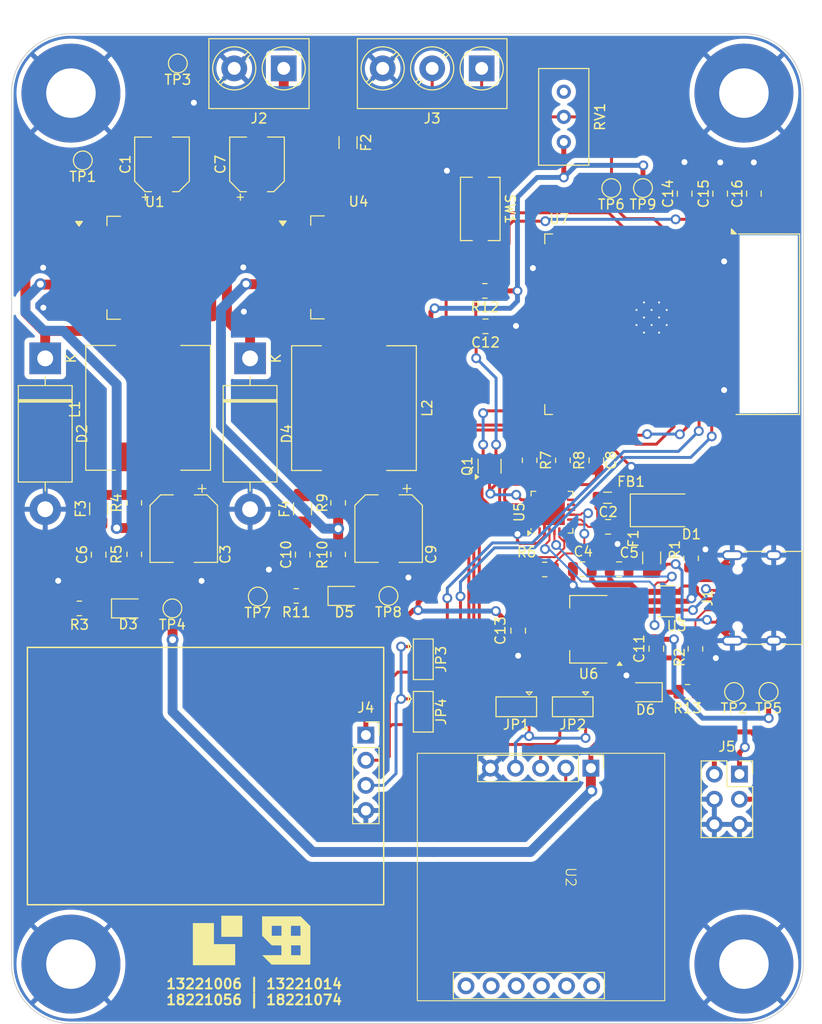
<source format=kicad_pcb>
(kicad_pcb (version 20240108) (generator "pcbnew") (generator_version "8.0")
  (layers (0 "F.Cu" signal) (31 "B.Cu" power) (34 "B.Paste" user) (35 "F.Paste" user) (36 "B.SilkS" user "B.Silkscreen") (37 "F.SilkS" user "F.Silkscreen") (38 "B.Mask" user) (39 "F.Mask" user) (44 "Edge.Cuts" user))
  (net 0 "")
  (net 1 "+3.3V")
  (net 2 "GND")
  (net 3 "/Vin")
  (net 4 "+4V")
  (net 5 "Net-(U1-FB)")
  (net 6 "Net-(U5-VPP)")
  (net 7 "+5V")
  (net 8 "/EN")
  (net 9 "Net-(U4-FB)")
  (net 10 "Net-(D1-A)")
  (net 11 "Net-(D2-K)")
  (net 12 "Net-(D3-K)")
  (net 13 "Net-(D4-K)")
  (net 14 "/VUSB")
  (net 15 "Net-(F1-Pad1)")
  (net 16 "Net-(D5-K)")
  (net 17 "/TX_SIM")
  (net 18 "/RX_SIM")
  (net 19 "Net-(D6-K)")
  (net 21 "Net-(J1-CC1)")
  (net 22 "Net-(J1-D--PadA7)")
  (net 23 "Net-(J1-D+-PadA6)")
  (net 24 "Net-(J1-CC2)")
  (net 26 "Net-(J2-Pin_1)")
  (net 27 "/RST")
  (net 28 "/RX2")
  (net 29 "/TX2")
  (net 30 "/RX1")
  (net 31 "/TX_GPS")
  (net 32 "/RX_GPS")
  (net 33 "/ADC_IN")
  (net 34 "Net-(Q1A-E1)")
  (net 35 "/IO0")
  (net 36 "Net-(Q1A-B1)")
  (net 37 "/TX1")
  (net 38 "Net-(U5-~{RST})")
  (net 39 "/RX0")
  (net 40 "Net-(U5-TXD)")
  (net 41 "Net-(U5-RXD)")
  (net 42 "/USB_D-")
  (net 43 "/USB_D+")
  (net 44 "/TX0")
  (net 65 "Net-(C3-Pad1)")
  (net 66 "Net-(C9-Pad1)")
  (footprint "Capacitor_SMD:C_0805_2012Metric" (layer "F.Cu") (at 121.68 95.93 90)
    (property "Reference" "C6")
    (property "Value" "15n")
  )
  (footprint "LED_SMD:LED_0805_2012Metric" (layer "F.Cu") (at 176.94 109.83 180)
    (property "Reference" "D6")
    (property "Value" "LED")
  )
  (footprint "Connector_PinSocket_2.54mm:PinSocket_2x03_P2.54mm_Vertical" (layer "F.Cu") (at 186.43 118.1)
    (property "Reference" "J5")
    (property "Value" "Conn_02x03")
  )
  (footprint "TestPoint:TestPoint_Pad_D1.5mm" (layer "F.Cu") (at 129.13 101.36 180)
    (property "Reference" "TP4")
    (property "Value" "4V BUCK")
  )
  (footprint "Capacitor_SMD:CP_Elec_6.3x7.7" (layer "F.Cu") (at 130.28 93.3 -90)
    (property "Reference" "C3")
    (property "Value" "470u")
  )
  (footprint "Resistor_SMD:R_0805_2012Metric" (layer "F.Cu") (at 141.65125 100.1 180)
    (property "Reference" "R11")
    (property "Value" "1k2")
  )
  (footprint "Capacitor_SMD:C_0805_2012Metric" (layer "F.Cu") (at 174.27 97.4)
    (property "Reference" "C5")
    (property "Value" "100n")
  )
  (footprint "LOGO" (layer "F.Cu") (at 133.7 134.910556 90)
    (property "Reference" "G***" (hide yes))
    (property "Value" "LOGO" (hide yes))
  )
  (footprint "Package_DFN_QFN:QFN-24-1EP_4x4mm_P0.5mm_EP2.6x2.6mm" (layer "F.Cu") (at 167.4825 91.64 90)
    (property "Reference" "U5")
    (property "Value" "CP2104")
  )
  (footprint "TestPoint:TestPoint_Pad_D1.5mm" (layer "F.Cu") (at 129.68 46.3 180)
    (property "Reference" "TP3")
    (property "Value" "GND2")
  )
  (footprint "MountingHole:MountingHole_5mm_Pad" (layer "F.Cu") (at 118.88 137.3 180)
    (property "Reference" "H2" (hide yes))
    (property "Value" "MountingHole_Pad")
  )
  (footprint "Resistor_SMD:R_0805_2012Metric" (layer "F.Cu") (at 125.28 95.9 -90)
    (property "Reference" "R5")
    (property "Value" "1k2")
  )
  (footprint "Capacitor_SMD:C_0805_2012Metric" (layer "F.Cu") (at 173.16 93.12 180)
    (property "Reference" "C2")
    (property "Value" "4u7")
  )
  (footprint "Resistor_SMD:R_0805_2012Metric" (layer "F.Cu") (at 119.73 101.36 180)
    (property "Reference" "R3")
    (property "Value" "1k2")
  )
  (footprint "Resistor_SMD:R_0805_2012Metric" (layer "F.Cu") (at 181.54 96.3 90)
    (property "Reference" "R1")
    (property "Value" "5K1")
  )
  (footprint "MountingHole:MountingHole_5mm_Pad" (layer "F.Cu") (at 186.88 137.3 180)
    (property "Reference" "H1" (hide yes))
    (property "Value" "MountingHole_Pad")
  )
  (footprint "Package_TO_SOT_SMD:SOT-363_SC-70-6" (layer "F.Cu") (at 161.1775 86.99 90)
    (property "Reference" "Q1")
    (property "Value" "UMH3N")
  )
  (footprint "Button_Switch_SMD:SW_Tactile_SPST_NO_Straight_CK_PTS636Sx25SMTRLFS" (layer "F.Cu") (at 160.24 61 -90)
    (property "Reference" "SW1")
    (property "Value" "SW_Push")
  )
  (footprint "Capacitor_SMD:C_0805_2012Metric" (layer "F.Cu") (at 164.07 103.61 -90)
    (property "Reference" "C13")
    (property "Value" "22u")
  )
  (footprint "LED_SMD:LED_0805_2012Metric" (layer "F.Cu") (at 124.665 101.36)
    (property "Reference" "D3")
    (property "Value" "LED")
  )
  (footprint "Diode_THT:D_DO-201AD_P15.24mm_Horizontal" (layer "F.Cu") (at 116.28 76.1 -90)
    (property "Reference" "D2")
    (property "Value" "1N5822")
  )
  (footprint "Capacitor_SMD:C_0805_2012Metric" (layer "F.Cu") (at 160.77 72.86)
    (property "Reference" "C12")
    (property "Value" "100n")
  )
  (footprint "TestPoint:TestPoint_Pad_D1.5mm" (layer "F.Cu") (at 150.96375 100.1 180)
    (property "Reference" "TP8")
    (property "Value" "3.3V BUCK")
  )
  (footprint "Resistor_SMD:R_0805_2012Metric" (layer "F.Cu") (at 181.98 105.45 -90)
    (property "Reference" "R2")
    (property "Value" "5K1")
  )
  (footprint "Package_TO_SOT_SMD:SOT-223-3_TabPin2" (layer "F.Cu") (at 171.19 103.47 180)
    (property "Reference" "U6")
    (property "Value" "AMS1117-3.3")
  )
  (footprint "SIM800L_3D Model:SIM800L" (layer "F.Cu") (at 168.88 128.5 -90)
    (property "Reference" "U2")
    (property "Value" "SIM800L")
  )
  (footprint "Diode_THT:D_DO-201AD_P15.24mm_Horizontal" (layer "F.Cu") (at 136.98 76.1 -90)
    (property "Reference" "D4")
    (property "Value" "1N5822")
  )
  (footprint "Connector_USB:USB_C_Receptacle_HRO_TYPE-C-31-M-12" (layer "F.Cu") (at 188.84 100.3 90)
    (property "Reference" "J1")
    (property "Value" "USB_C_Receptacle_USB2.0_16P")
  )
  (footprint "Diode_SMD:D_SMA" (layer "F.Cu") (at 178.91 91.45)
    (property "Reference" "D1")
    (property "Value" "D_Schottky")
  )
  (footprint "TestPoint:TestPoint_Pad_D1.5mm" (layer "F.Cu") (at 176.68 58.9 180)
    (property "Reference" "TP9")
    (property "Value" "3.3V LDO")
  )
  (footprint "Fuse:Fuse_1206_3216Metric" (layer "F.Cu") (at 142.28 91.3 90)
    (property "Reference" "F4")
    (property "Value" "Fuse")
  )
  (footprint "Jumper:SolderJumper-3_P1.3mm_Open_Pad1.0x1.5mm" (layer "F.Cu") (at 163.88 111.3 180)
    (property "Reference" "JP1")
    (property "Value" "SJ_3")
  )
  (footprint "RF_Module:ESP32-WROOM-32" (layer "F.Cu") (at 176.64 72.65 -90)
    (property "Reference" "U7")
    (property "Value" "ESP32-WROOM-32")
  )
  (footprint "LOGO" (layer "F.Cu") (at 140.6 134.9)
    (property "Reference" "G***" (hide yes))
    (property "Value" "LOGO" (hide yes))
  )
  (footprint "Resistor_SMD:R_0805_2012Metric" (layer "F.Cu") (at 125.28 90.7 -90)
    (property "Reference" "R4")
    (property "Value" "2k7")
  )
  (footprint "MountingHole:MountingHole_5mm_Pad" (layer "F.Cu") (at 118.88 49.3 180)
    (property "Reference" "H3" (hide yes))
    (property "Value" "MountingHole_Pad")
  )
  (footprint "Capacitor_SMD:C_0805_2012Metric" (layer "F.Cu") (at 171.97 86.4 90)
    (property "Reference" "C8")
    (property "Value" "4u7")
  )
  (footprint "Capacitor_SMD:C_0805_2012Metric" (layer "F.Cu") (at 187.89 59.46 90)
    (property "Reference" "C16")
    (property "Value" "22u")
  )
  (footprint "Capacitor_SMD:C_0805_2012Metric" (layer "F.Cu") (at 170.55 97.4 180)
    (property "Reference" "C4")
    (property "Value" "22u")
  )
  (footprint "Jumper:SolderJumper-3_P1.3mm_Open_Pad1.0x1.5mm" (layer "F.Cu") (at 169.58 111.3 180)
    (property "Reference" "JP2")
    (property "Value" "SJ_3")
  )
  (footprint "Resistor_SMD:R_0805_2012Metric" (layer "F.Cu") (at 165.23 86.4 -90)
    (property "Reference" "R7")
    (property "Value" "22")
  )
  (footprint "TestPoint:TestPoint_Pad_D1.5mm" (layer "F.Cu") (at 185.89 109.81 180)
    (property "Reference" "TP2")
    (property "Value" "GND1")
  )
  (footprint "Capacitor_SMD:C_0805_2012Metric" (layer "F.Cu") (at 142.3 95.925 90)
    (property "Reference" "C10")
    (property "Value" "15n")
  )
  (footprint "Resistor_SMD:R_0805_2012Metric" (layer "F.Cu") (at 160.7 69.28 180)
    (property "Reference" "R12")
    (property "Value" "10K")
  )
  (footprint "Resistor_SMD:R_0805_2012Metric" (layer "F.Cu") (at 145.88 95.905 -90)
    (property "Reference" "R10")
    (property "Value" "1k2")
  )
  (footprint "Inductor_SMD:L_0805_2012Metric" (layer "F.Cu") (at 173.1 90.18 180)
    (property "Reference" "FB1")
    (property "Value" "220R")
  )
  (footprint "MountingHole:MountingHole_5mm_Pad" (layer "F.Cu") (at 186.88 49.3 180)
    (property "Reference" "H4" (hide yes))
    (property "Value" "MountingHole_Pad")
  )
  (footprint "TerminalBlock_Phoenix:TerminalBlock_Phoenix_PT-1,5-3-5.0-H_1x03_P5.00mm_Horizontal" (layer "F.Cu") (at 160.38 46.8 180)
    (property "Reference" "J3")
    (property "Value" "ST_1x3")
  )
  (footprint "Capacitor_SMD:C_0805_2012Metric" (layer "F.Cu") (at 184.48 59.46 90)
    (property "Reference" "C15")
    (property "Value" "100n")
  )
  (footprint "Package_TO_SOT_SMD:TO-263-5_TabPin3" (layer "F.Cu") (at 147.935 66.905)
    (property "Reference" "U4")
    (property "Value" "LM2596S-ADJ")
  )
  (footprint "Fuse:Fuse_1206_3216Metric" (layer "F.Cu") (at 177.56 96.25 90)
    (property "Reference" "F1")
    (property "Value" "Fuse")
  )
  (footprint "TestPoint:TestPoint_Pad_D1.5mm" (layer "F.Cu") (at 189.38 109.8 180)
    (property "Reference" "TP5")
    (property "Value" "5V")
  )
  (footprint "LED_SMD:LED_0805_2012Metric" (layer "F.Cu") (at 146.5425 100.1)
    (property "Reference" "D5")
    (property "Value" "LED")
  )
  (footprint "Capacitor_SMD:C_0805_2012Metric" (layer "F.Cu") (at 180.89 59.46 90)
    (property "Reference" "C14")
    (property "Value" "100n")
  )
  (footprint "Capacitor_SMD:CP_Elec_6.3x7.7" (layer "F.Cu") (at 150.98 93.295 -90)
    (property "Reference" "C9")
    (property "Value" "470u")
  )
  (footprint "Inductor_SMD:L_12x12mm_H8mm" (layer "F.Cu") (at 126.68 81.1 -90)
    (property "Reference" "L1")
    (property "Value" "33u")
  )
  (footprint "Capacitor_SMD:CP_Elec_5x5.4" (layer "F.Cu") (at 128.08 56.5 90)
    (property "Reference" "C1")
    (property "Value" "100u")
  )
  (footprint "TestPoint:TestPoint_Pad_D1.5mm" (layer "F.Cu") (at 137.76 100.16 180)
    (property "Reference" "TP7")
    (property "Value" "GPS")
  )
  (footprint "Capacitor_SMD:C_0805_2012Metric" (layer "F.Cu") (at 178.03 105.43 -90)
    (property "Reference" "C11")
    (property "Value" "22u")
  )
  (footprint "Resistor_SMD:R_0805_2012Metric" (layer "F.Cu") (at 181.18 109.785 180)
    (property "Reference" "R13")
    (property "Value" "1k")
  )
  (footprint "Capacitor_SMD:CP_Elec_5x5.4" (layer "F.Cu") (at 137.68 56.5 90)
    (property "Reference" "C7")
    (property "Value" "100u")
  )
  (footprint "Package_TO_SOT_SMD:TO-263-5_TabPin3" (layer "F.Cu") (at 127.345 66.945)
    (property "Reference" "U1")
    (property "Value" "LM2596S-ADJ")
  )
  (footprint "Fuse:Fuse_1206_3216Metric" (layer "F.Cu") (at 121.68 91.3 90)
    (property "Reference" "F3")
    (property "Value" "Fuse")
  )
  (footprint "Potentiometer_THT:Potentiometer_Bourns_3296W_Vertical" (layer "F.Cu") (at 168.68 54.24 -90)
    (property "Reference" "RV1")
    (property "Value" "Pot")
  )
  (footprint "Connector_PinSocket_2.54mm:PinSocket_1x04_P2.54mm_Vertical" (layer "F.Cu") (at 148.68 114.16)
    (property "Reference" "J4")
    (property "Value" "Conn_01x04")
  )
  (footprint "Resistor_SMD:R_0805_2012Metric" (layer "F.Cu") (at 166.75 97.43)
    (property "Reference" "R6")
    (property "Value" "10K")
  )
  (footprint "TerminalBlock_Phoenix:TerminalBlock_Phoenix_PT-1,5-2-5.0-H_1x02_P5.00mm_Horizontal" (layer "F.Cu") (at 140.38 46.8 180)
    (property "Reference" "J2")
    (property "Value" "ST_1x2")
  )
  (footprint "Resistor_SMD:R_0805_2012Metric" (layer "F.Cu") (at 168.585 86.4 -90)
    (property "Reference" "R8")
    (property "Value" "22")
  )
  (footprint "Jumper:SolderJumper-3_P1.3mm_Open_Pad1.0x1.5mm" (layer "F.Cu") (at 154.48 111.8 -90)
    (property "Reference" "JP4")
    (property "Value" "SJ_3")
  )
  (footprint "Fuse:Fuse_1206_3216Metric" (layer "F.Cu") (at 146.88 54.3 -90)
    (property "Reference" "F2")
    (property "Value" "Fuse")
  )
  (footprint "TestPoint:TestPoint_Pad_D1.5mm" (layer "F.Cu") (at 173.48 58.9 180)
    (property "Reference" "TP6")
    (property "Value" "ADC")
  )
  (footprint "Jumper:SolderJumper-3_P1.3mm_Open_Pad1.0x1.5mm" (layer "F.Cu") (at 154.48 106.5 -90)
    (property "Reference" "JP3")
    (property "Value" "SJ_3")
  )
  (footprint "Package_TO_SOT_SMD:SOT-23-6" (layer "F.Cu") (at 178.99 100.6425 180)
    (property "Reference" "U3")
    (property "Value" "USBLC6-2SC6")
  )
  (footprint "Resistor_SMD:R_0805_2012Metric" (layer "F.Cu") (at 145.88 90.7 -90)
    (property "Reference" "R9")
    (property "Value" "2k")
  )
  (footprint "TestPoint:TestPoint_Pad_D1.5mm" (layer "F.Cu") (at 120.08 56.1 180)
    (property "Reference" "TP1")
    (property "Value" "VIN")
  )
  (footprint "Inductor_SMD:L_12x12mm_H8mm" (layer "F.Cu") (at 147.48 81.125 -90)
    (property "Reference" "L2")
    (property "Value" "33u")
  )
  (gr_rect (start 114.48 105.3) (end 150.48 131.3) (stroke (width 0.15)) (fill none) (layer "F.SilkS"))
  (gr_line (start 192.88 137.3) (end 192.88 49.3) (stroke (width 0.1)) (layer "Edge.Cuts"))
  (gr_arc (start 112.88 49.3) (mid 114.637359 45.057359) (end 118.88 43.3) (stroke (width 0.1)) (layer "Edge.Cuts"))
  (gr_line (start 112.88 49.3) (end 112.88 137.3) (stroke (width 0.1)) (layer "Edge.Cuts"))
  (gr_arc (start 192.88 137.3) (mid 191.122641 141.542641) (end 186.88 143.3) (stroke (width 0.1)) (layer "Edge.Cuts"))
  (gr_arc (start 118.88 143.3) (mid 114.637359 141.542641) (end 112.88 137.3) (stroke (width 0.1)) (layer "Edge.Cuts"))
  (gr_line (start 118.88 43.3) (end 186.88 43.3) (stroke (width 0.1)) (layer "Edge.Cuts"))
  (gr_arc (start 186.88 43.3) (mid 191.122641 45.057359) (end 192.88 49.3) (stroke (width 0.1)) (layer "Edge.Cuts"))
  (gr_line (start 118.88 143.3) (end 186.88 143.3) (stroke (width 0.1)) (layer "Edge.Cuts"))
  (gr_text "13221006 | 13221014\n18221056 | 18221074\n" (at 128.4 141.5 0) (layer "F.SilkS") (effects (font (size 1 1) (thickness 0.2) (bold yes)) (justify left bottom)))
  (segment (start 173.23 103.47) (end 172.32 104.38) (width 0.5) (layer "F.Cu") (net 1))
  (segment (start 176.0025 112.5625) (end 176.0025 109.83) (width 0.5) (layer "F.Cu") (net 1))
  (segment (start 166.59 103.47) (end 165.8375 102.7175) (width 0.5) (layer "F.Cu") (net 1))
  (segment (start 168.7325 94.65) (end 168.7325 95.261814) (width 0.2) (layer "F.Cu") (net 1))
  (segment (start 155.25 89.89) (end 155.25 71.42) (width 0.5) (layer "F.Cu") (net 1))
  (segment (start 142.3 96.875) (end 143.815 98.39) (width 0.5) (layer "F.Cu") (net 1))
  (segment (start 137.76 100.16) (end 137.76 102.34) (width 0.5) (layer "F.Cu") (net 1))
  (segment (start 147.48 98.79) (end 147.48 100.1) (width 0.5) (layer "F.Cu") (net 1))
  (segment (start 153.96 101.54) (end 153.96 100.77) (width 0.5) (layer "F.Cu") (net 1))
  (segment (start 168.68 57.82) (end 168.68 54.24) (width 0.5) (layer "F.Cu") (net 1))
  (segment (start 168.7325 95.261814) (end 167.814314 96.18) (width 0.2) (layer "F.Cu") (net 1))
  (segment (start 140.84 92.7) (end 140.2 93.34) (width 0.5) (layer "F.Cu") (net 1))
  (segment (start 148.68 106.82) (end 148.68 114.16) (width 0.5) (layer "F.Cu") (net 1))
  (segment (start 184.48 61.31) (end 184.48 60.41) (width 0.5) (layer "F.Cu") (net 1))
  (segment (start 143.815 98.39) (end 147.08 98.39) (width 0.5) (layer "F.Cu") (net 1))
  (segment (start 148.67 102.52) (end 148.67 103.14) (width 0.5) (layer "F.Cu") (net 1))
  (segment (start 148.68 106.34) (end 148.68 106.82) (width 0.5) (layer "F.Cu") (net 1))
  (segment (start 153.96 101.54) (end 153.48 101.54) (width 0.5) (layer "F.Cu") (net 1))
  (segment (start 142.28 92.7) (end 140.84 92.7) (width 0.5) (layer "F.Cu") (net 1))
  (segment (start 140.2 93.34) (end 140.2 96.48) (width 0.5) (layer "F.Cu") (net 1))
  (segment (start 165.78 102.66) (end 165.8375 102.7175) (width 0.5) (layer "F.Cu") (net 1))
  (segment (start 153.96 100.77) (end 157.55 97.18) (width 0.5) (layer "F.Cu") (net 1))
  (segment (start 189.71 115.93) (end 187.63 113.85) (width 0.5) (layer "F.Cu") (net 1))
  (segment (start 168.04 103.47) (end 166.59 103.47) (width 0.5) (layer "F.Cu") (net 1))
  (segment (start 140.595 96.875) (end 142.3 96.875) (width 0.5) (layer "F.Cu") (net 1))
  (segment (start 148.59 103.06) (end 148.67 103.14) (width 0.5) (layer "F.Cu") (net 1))
  (segment (start 168.2325 94.15) (end 168.7325 94.65) (width 0.2) (layer "F.Cu") (net 1))
  (segment (start 140.2 96.48) (end 140.595 96.875) (width 0.5) (layer "F.Cu") (net 1))
  (segment (start 157.55 92.19) (end 155.25 89.89) (width 0.5) (layer "F.Cu") (net 1))
  (segment (start 147.48 100.1) (end 147.48 101.33) (width 0.5) (layer "F.Cu") (net 1))
  (segment (start 172.34 107.54) (end 172.35 107.54) (width 0.5) (layer "F.Cu") (net 1))
  (segment (start 167.814314 96.18) (end 166.13 96.18) (width 0.2) (layer "F.Cu") (net 1))
  (segment (start 187.63 113.84) (end 177.28 113.84) (width 0.5) (layer "F.Cu") (net 1))
  (segment (start 174.64 109.83) (end 176.0025 109.83) (width 0.5) (layer "F.Cu") (net 1))
  (segment (start 165.8375 102.7175) (end 165.8375 97.43) (width 0.5) (layer "F.Cu") (net 1))
  (segment (start 138.48 103.06) (end 148.59 103.06) (width 0.5) (layer "F.Cu") (net 1))
  (segment (start 148.67 106.81) (end 148.68 106.82) (width 0.5) (layer "F.Cu") (net 1))
  (segment (start 172.35 107.54) (end 174.64 109.83) (width 0.5) (layer "F.Cu") (net 1))
  (segment (start 155.25 71.42) (end 155.63 71.04) (width 0.5) (layer "F.Cu") (net 1))
  (segment (start 157.55 97.18) (end 157.55 92.19) (width 0.5) (layer "F.Cu") (net 1))
  (segment (start 180.89 60.41) (end 187.89 60.41) (width 0.5) (layer "F.Cu") (net 1))
  (segment (start 164.07 102.66) (end 162.84 102.66) (width 0.5) (layer "F.Cu") (net 1))
  (segment (start 183.62 63.9) (end 183.62 62.17) (width 0.5) (layer "F.Cu") (net 1))
  (segment (start 174.34 103.47) (end 168.04 103.47) (width 0.5) (layer "F.Cu") (net 1))
  (segment (start 174.34 103.47) (end 173.23 103.47) (width 0.5) (layer "F.Cu") (net 1))
  (segment (start 172.32 107.52) (end 172.34 107.54) (width 0.5) (layer "F.Cu") (net 1))
  (segment (start 162.84 102.66) (end 161.81 101.63) (width 0.5) (layer "F.Cu") (net 1))
  (segment (start 147.48 101.33) (end 148.67 102.52) (width 0.5) (layer "F.Cu") (net 1))
  (segment (start 137.76 102.34) (end 138.48 103.06) (width 0.5) (layer "F.Cu") (net 1))
  (segment (start 165.8375 96.4725) (end 165.8375 97.43) (width 0.2) (layer "F.Cu") (net 1))
  (segment (start 177.28 113.84) (end 176.0025 112.5625) (width 0.5) (layer "F.Cu") (net 1))
  (segment (start 176.68 58.9) (end 176.68 56.63) (width 0.5) (layer "F.Cu") (net 1))
  (segment (start 183.62 62.17) (end 184.48 61.31) (width 0.5) (layer "F.Cu") (net 1))
  (segment (start 153.48 101.54) (end 148.68 106.34) (width 0.5) (layer "F.Cu") (net 1))
  (segment (start 187.63 113.85) (end 187.63 113.84) (width 0.5) (layer "F.Cu") (net 1))
  (segment (start 176.68 56.63) (end 176.71 56.6) (width 0.5) (layer "F.Cu") (net 1))
  (segment (start 164.07 102.66) (end 165.78 102.66) (width 0.5) (layer "F.Cu") (net 1))
  (segment (start 168.7325 93.5775) (end 168.7325 94.65) (width 0.2) (layer "F.Cu") (net 1))
  (segment (start 180.89 60.41) (end 179.64 60.41) (width 0.5) (layer "F.Cu") (net 1))
  (segment (start 166.13 96.18) (end 165.8375 96.4725) (width 0.2) (layer "F.Cu") (net 1))
  (segment (start 147.08 98.39) (end 147.48 98.79) (width 0.5) (layer "F.Cu") (net 1))
  (segment (start 178.13 58.9) (end 176.68 58.9) (width 0.5) (layer "F.Cu") (net 1))
  (segment (start 172.32 104.38) (end 172.32 107.52) (width 0.5) (layer "F.Cu") (net 1))
  (segment (start 186.43 120.64) (end 188.24 120.64) (width 0.5) (layer "F.Cu") (net 1))
  (segment (start 188.24 120.64) (end 189.71 119.17) (width 0.5) (layer "F.Cu") (net 1))
  (segment (start 148.67 103.14) (end 148.67 106.81) (width 0.5) (layer "F.Cu") (net 1))
  (segment (start 179.64 60.41) (end 178.13 58.9) (width 0.5) (layer "F.Cu") (net 1))
  (segment (start 189.71 119.17) (end 189.71 115.93) (width 0.5) (layer "F.Cu") (net 1))
  (segment (start 164 69.28) (end 161.6125 69.28) (width 0.5) (layer "F.Cu") (net 1))
  (segment (start 168.2325 93.5775) (end 168.2325 94.15) (width 0.2) (layer "F.Cu") (net 1))
  (segment (start 147.48 100.1) (end 150.96375 100.1) (width 0.5) (layer "F.Cu") (net 1))
  (via (at 164 69.28) (size 1) (drill 0.6) (layers "F.Cu" "B.Cu") (net 1))
  (via (at 155.63 71.04) (size 1) (drill 0.6) (layers "F.Cu" "B.Cu") (net 1))
  (via (at 176.71 56.6) (size 1) (drill 0.6) (layers "F.Cu" "B.Cu") (net 1))
  (via (at 153.96 101.54) (size 1) (drill 0.6) (layers "F.Cu" "B.Cu") (net 1))
  (via (at 168.68 57.82) (size 1) (drill 0.6) (layers "F.Cu" "B.Cu") (net 1))
  (via (at 161.81 101.63) (size 1) (drill 0.6) (layers "F.Cu" "B.Cu") (net 1))
  (segment (start 168.68 57.82) (end 166 57.82) (width 0.5) (layer "B.Cu") (net 1))
  (segment (start 164 70.31) (end 164 69.28) (width 0.5) (layer "B.Cu") (net 1))
  (segment (start 155.63 71.04) (end 163.27 71.04) (width 0.5) (layer "B.Cu") (net 1))
  (segment (start 169.9 56.6) (end 168.68 57.82) (width 0.5) (layer "B.Cu") (net 1))
  (segment (start 165.12 58.7) (end 164 59.82) (width 0.5) (layer "B.Cu") (net 1))
  (segment (start 176.71 56.6) (end 169.9 56.6) (width 0.5) (layer "B.Cu") (net 1))
  (segment (start 154.05 101.63) (end 153.96 101.54) (width 0.5) (layer "B.Cu") (net 1))
  (segment (start 163.27 71.04) (end 164 70.31) (width 0.5) (layer "B.Cu") (net 1))
  (segment (start 166 57.82) (end 165.12 58.7) (width 0.5) (layer "B.Cu") (net 1))
  (segment (start 161.81 101.63) (end 154.05 101.63) (width 0.5) (layer "B.Cu") (net 1))
  (segment (start 164 59.82) (end 164 69.28) (width 0.5) (layer "B.Cu") (net 1))
  (segment (start 156.885 57.125) (end 156.87 57.14) (width 0.3) (layer "F.Cu") (net 2))
  (segment (start 130.28 96) (end 130.28 97.92) (width 0.5) (layer "F.Cu") (net 2))
  (segment (start 147.01 69.68) (end 146.385 70.305) (width 1) (layer "F.Cu") (net 2))
  (segment (start 140.73875 100.1) (end 140.73875 99.29875) (width 0.5) (layer "F.Cu") (net 2))
  (segment (start 167.13 66.94) (end 165.6 66.94) (width 0.3) (layer "F.Cu") (net 2))
  (segment (start 169.6 97.4) (end 169.6 99.02) (width 0.5) (layer "F.Cu") (net 2))
  (segment (start 182.9775 95.3875) (end 182.99 95.4) (width 0.5) (layer "F.Cu") (net 2))
  (segment (start 129.68 46.3) (end 129.68 46.31) (width 1) (layer "F.Cu") (net 2))
  (segment (start 131.32 52.33) (end 130.05 52.33) (width 1) (layer "F.Cu") (net 2))
  (segment (start 150.27 98.24) (end 152.98 98.24) (width 0.5) (layer "F.Cu") (net 2))
  (segment (start 161.72 72.86) (end 163.81 72.86) (width 0.3) (layer "F.Cu") (net 2))
  (segment (start 184.795 103.705) (end 185.71 104.62) (width 0.5) (layer "F.Cu") (net 2))
  (segment (start 184.48 58.51) (end 184.48 56.31) (width 0.3) (layer "F.Cu") (net 2))
  (segment (start 131.3 47.93) (end 131.3 50.27) (width 1) (layer "F.Cu") (net 2))
  (segment (start 164.07 104.56) (end 164.07 106.14) (width 0.5) (layer "F.Cu") (net 2))
  (segment (start 166.7325 92.39) (end 167.4825 91.64) (width 0.3) (layer "F.Cu") (net 2))
  (segment (start 184.89 79.31) (end 184.88 79.3) (width 0.5) (layer "F.Cu") (net 2))
  (segment (start 174.34 105.77) (end 174.34 107.46) (width 1) (layer "F.Cu") (net 2))
  (segment (start 165.6 66.94) (end 165.56 66.98) (width 0.3) (layer "F.Cu") (net 2))
  (segment (start 140.285 66.905) (end 149.435 66.905) (width 1) (layer "F.Cu") (net 2))
  (segment (start 181.98 106.3625) (end 184.0225 106.3625) (width 0.5) (layer "F.Cu") (net 2))
  (segment (start 160.24 57.125) (end 156.885 57.125) (width 0.3) (layer "F.Cu") (net 2))
  (segment (start 166.7325 94.075096) (end 166.007596 94.8) (width 0.3) (layer "F.Cu") (net 2))
  (segment (start 131.32 52.33) (end 131.32 50.29) (width 1) (layer "F.Cu") (net 2))
  (segment (start 174.34 107.46) (end 175.01 108.13) (width 1) (layer "F.Cu") (net 2))
  (segment (start 184.795 97.05) (end 184.795 96.895) (width 0.5) (layer "F.Cu") (net 2))
  (segment (start 116.075 66.945) (end 116.07 66.94) (width 1) (layer "F.Cu") (net 2))
  (segment (start 119.695 70.345) (end 116.725 70.345) (width 1) (layer "F.Cu") (net 2))
  (segment (start 118.8175 99.7975) (end 117.59 98.57) (width 0.5) (layer "F.Cu") (net 2))
  (segment (start 146.7375 96.8175) (end 145.88 96.8175) (width 0.5) (layer "F.Cu") (net 2))
  (segment (start 182.0925 106.475) (end 181.98 106.3625) (width 0.5) (layer "F.Cu") (net 2))
  (segment (start 182.0925 109.785) (end 182.0925 106.475) (width 0.5) (layer "F.Cu") (net 2))
  (segment (start 125.795 70.345) (end 126.42 69.72) (width 1) (layer "F.Cu") (net 2))
  (segment (start 135.71 52.33) (end 131.32 52.33) (width 1) (layer "F.Cu") (net 2))
  (segment (start 119.695 70.345) (end 125.795 70.345) (width 1) (layer "F.Cu") (net 2))
  (segment (start 150.27 98.24) (end 148.16 98.24) (width 0.5) (layer "F.Cu") (net 2))
  (segment (start 175.22 97.4) (end 175.22 95.96) (width 0.5) (layer "F.Cu") (net 2))
  (segment (start 150.98 95.995) (end 150.98 97.53) (width 0.5) (layer "F.Cu") (net 2))
  (segment (start 116.725 70.345) (end 116.09 70.98) (width 1) (layer "F.Cu") (net 2))
  (segment (start 163.81 72.86) (end 163.85 72.82) (width 0.3) (layer "F.Cu") (net 2))
  (segment (start 166.007596 94.8) (end 164.25 94.8) (width 0.3) (layer "F.Cu") (net 2))
  (segment (start 119.695 66.945) (end 128.845 66.945) (width 1) (layer "F.Cu") (net 2))
  (segment (start 178.03 106.38) (end 178.03 107.69) (width 0.5) (layer "F.Cu") (net 2))
  (segment (start 118.8175 101.36) (end 118.8175 99.7975) (width 0.5) (layer "F.Cu") (net 2))
  (segment (start 180.89 58.51) (end 180.89 56.29) (width 0.5) (layer "F.Cu") (net 2))
  (segment (start 148.16 98.24) (end 146.7375 96.8175) (width 0.5) (layer "F.Cu") (net 2))
  (segment (start 127.81 98.58) (end 126.0425 96.8125) (width 0.5) (layer "F.Cu") (net 2))
  (segment (start 164.25 94.8) (end 164 94.55) (width 0.3) (layer "F.Cu") (net 2))
  (segment (start 182.0925 109.785) (end 185.865 109.785) (width 0.5) (layer "F.Cu") (net 2))
  (segment (start 178.03 107.69) (end 177.59 108.13) (width 0.5) (layer "F.Cu") (net 2))
  (segment (start 140.285 70.305) (end 137.425 70.305) (width 1) (layer "F.Cu") (net 2))
  (segment (start 131.32 50.29) (end 131.3 50.27) (width 1) (layer "F.Cu") (net 2))
  (segment (start 181.98 106.3625) (end 178.0475 106.3625) (width 0.5) (layer "F.Cu") (net 2))
  (segment (start 174.11 94.85) (end 174.11 93.12) (width 0.5) (layer "F.Cu") (net 2))
  (segment (start 140.73875 99.29875) (end 138.88 97.44) (width 0.5) (layer "F.Cu") (net 2))
  (segment (start 185.865 109.785) (end 185.89 109.81) (width 0.5) (layer "F.Cu") (net 2))
  (segment (start 180.89 56.29) (end 180.87 56.27) (width 0.5) (layer "F.Cu") (net 2))
  (segment (start 187.89 56.31) (end 187.88 56.3) (width 0.5) (layer "F.Cu") (net 2))
  (segment (start 166.7325 93.5775) (end 166.7325 92.39) (width 0.3) (layer "F.Cu") (net 2))
  (segment (start 130.28 97.92) (end 129.62 98.58) (width 0.5) (layer "F.Cu") (net 2))
  (segment (start 137.425 70.305) (end 136.35 71.38) (width 1) (layer "F.Cu") (net 2))
  (segment (start 178.0475 106.3625) (end 178.03 106.38) (width 0.5) (layer "F.Cu") (net 2))
  (segment (start 184.89 63.9) (end 184.89 66.29) (width 0.5) (layer "F.Cu") (net 2))
  (segment (start 129.62 98.58) (end 132.08 98.58) (width 0.5) (layer "F.Cu") (net 2))
  (segment (start 171.97 85.45) (end 173.88 85.45) (width 0.3) (layer "F.Cu") (net 2))
  (segment (start 184.48 56.31) (end 184.49 56.3) (width 0.3) (layer "F.Cu") (net 2))
  (segment (start 177.59 108.13) (end 175.01 108.13) (width 0.5) (layer "F.Cu") (net 2))
  (segment (start 184.795 103.55) (end 184.795 103.705) (width 0.5) (layer "F.Cu") (net 2))
  (segment (start 184.89 81.4) (end 184.89 79.31) (width 0.5) (layer "F.Cu") (net 2))
  (segment (start 164 94.55) (end 164 93.85) (width 0.3) (layer "F.Cu") (net 2))
  (segment (start 175.22 95.96) (end 174.11 94.85) (width 0.5) (layer "F.Cu") (net 2))
  (segment (start 119.695 66.945) (end 116.075 66.945) (width 1) (layer "F.Cu") (net 2))
  (segment (start 181.54 95.3875) (end 182.9775 95.3875) (width 0.5) (layer "F.Cu") (net 2))
  (segment (start 137.68 54.3) (end 135.71 52.33) (width 1) (layer "F.Cu") (net 2))
  (segment (start 129.62 98.58) (end 127.81 98.58) (width 0.5) (layer "F.Cu") (net 2))
  (segment (start 146.385 70.305) (end 140.285 70.305) (width 1) (layer "F.Cu") (net 2))
  (segment (start 166.7325 93.5775) (end 166.7325 94.075096) (width 0.3) (layer "F.Cu") (net 2))
  (segment (start 184.795 96.895) (end 185.71 95.98) (width 0.5) (layer "F.Cu") (net 2))
  (segment (start 169.6 99.02) (end 169.59 99.03) (width 0.5) (layer "F.Cu") (net 2))
  (segment (start 180.1275 100.6425) (end 181.273454 100.6425) (width 0.5) (layer "F.Cu") (net 2))
  (segment (start 130.05 52.33) (end 128.08 54.3) (width 1) (layer "F.Cu") (net 2))
  (segment (start 126.0425 96.8125) (end 125.28 96.8125) (width 0.5) (layer "F.Cu") (net 2))
  (segment (start 173.88 85.45) (end 175.49 87.06) (width 0.3) (layer "F.Cu") (net 2))
  (segment (start 136.295 66.905) (end 140.285 66.905) (width 1) (layer "F.Cu") (net 2))
  (segment (start 187.89 58.51) (end 187.89 56.31) (width 0.5) (layer "F.Cu") (net 2))
  (segment (start 181.273454 100.6425) (end 181.576037 100.339917) (width 0.5) (layer "F.Cu") (net 2))
  (segment (start 150.98 97.53) (end 150.27 98.24) (width 0.5) (layer "F.Cu") (net 2))
  (segment (start 129.68 46.31) (end 131.3 47.93) (width 1) (layer "F.Cu") (net 2))
  (segment (start 184.0225 106.3625) (end 184.04 106.38) (width 0.5) (layer "F.Cu") (net 2))
  (segment (start 184.89 66.29) (end 184.88 66.3) (width 0.5) (layer "F.Cu") (net 2))
  (via (at 175.01 108.13) (size 1) (drill 0.6) (layers "F.Cu" "B.Cu") (net 2))
  (via (at 184.88 79.3) (size 1) (drill 0.6) (layers "F.Cu" "B.Cu") (net 2))
  (via (at 184.88 66.3) (size 1) (drill 0.6) (layers "F.Cu" "B.Cu") (net 2))
  (via (at 138.88 97.44) (size 1) (drill 0.6) (layers "F.Cu" "B.Cu") (net 2))
  (via (at 152.98 98.24) (size 1) (drill 0.6) (layers "F.Cu" "B.Cu") (net 2))
  (via (at 184.04 106.38) (size 1) (drill 0.6) (layers "F.Cu" "B.Cu") (net 2))
  (via (at 156.87 57.14) (size 1) (drill 0.6) (layers "F.Cu" "B.Cu") (net 2))
  (via (at 175.49 87.06) (size 1) (drill 0.6) (layers "F.Cu" "B.Cu") (net 2))
  (via (at 187.88 56.3) (size 1) (drill 0.6) (layers "F.Cu" "B.Cu") (net 2))
  (via (at 169.59 99.03) (size 1) (drill 0.6) (layers "F.Cu" "B.Cu") (net 2))
  (via (at 116.09 70.98) (size 1) (drill 0.6) (layers "F.Cu" "B.Cu") (net 2))
  (via (at 136.35 71.38) (size 1) (drill 0.6) (layers "F.Cu" "B.Cu") (net 2))
  (via (at 117.59 98.57) (size 1) (drill 0.6) (layers "F.Cu" "B.Cu") (net 2))
  (via (at 184.49 56.3) (size 1) (drill 0.6) (layers "F.Cu" "B.Cu") (net 2))
  (via (at 163.85 72.82) (size 1) (drill 0.6) (layers "F.Cu" "B.Cu") (net 2))
  (via (at 131.3 50.27) (size 1) (drill 0.6) (layers "F.Cu" "B.Cu") (net 2))
  (via (at 165.56 66.98) (size 1) (drill 0.6) (layers "F.Cu" "B.Cu") (net 2))
  (via (at 132.08 98.58) (size 1) (drill 0.6) (layers "F.Cu" "B.Cu") (net 2))
  (via (at 164 93.85) (size 1) (drill 0.6) (layers "F.Cu" "B.Cu") (net 2))
  (via (at 164.07 106.14) (size 1) (drill 0.6) (layers "F.Cu" "B.Cu") (net 2))
  (via (at 174.11 94.85) (size 1) (drill 0.6) (layers "F.Cu" "B.Cu") (net 2))
  (via (at 116.07 66.94) (size 1) (drill 0.6) (layers "F.Cu" "B.Cu") (net 2))
  (via (at 181.576037 100.339917) (size 1) (drill 0.6) (layers "F.Cu" "B.Cu") (net 2))
  (via (at 136.295 66.905) (size 1) (drill 0.6) (layers "F.Cu" "B.Cu") (net 2))
  (via (at 182.99 95.4) (size 1) (drill 0.6) (layers "F.Cu" "B.Cu") (net 2))
  (via (at 180.87 56.27) (size 1) (drill 0.6) (layers "F.Cu" "B.Cu") (net 2))
  (segment (start 146.88 55.7) (end 146.88 56.9) (width 1.2) (layer "F.Cu") (net 3))
  (segment (start 137.68 58.7) (end 135.01 58.7) (width 1.2) (layer "F.Cu") (net 3))
  (segment (start 135.01 61.39) (end 135.01 58.7) (width 1) (layer "F.Cu") (net 3))
  (segment (start 120.08 58.7) (end 128.08 58.7) (width 1.2) (layer "F.Cu") (net 3))
  (segment (start 119.695 63.545) (end 119.695 59.085) (width 1) (layer "F.Cu") (net 3))
  (segment (start 146.88 56.9) (end 145.08 58.7) (width 1.2) (layer "F.Cu") (net 3))
  (segment (start 145.08 58.7) (end 137.68 58.7) (width 1.2) (layer "F.Cu") (net 3))
  (segment (start 135.01 58.7) (end 133.28 58.7) (width 1.2) (layer "F.Cu") (net 3))
  (segment (start 119.695 59.085) (end 120.08 58.7) (width 1) (layer "F.Cu") (net 3))
  (segment (start 120.08 56.1) (end 120.08 58.7) (width 1.2) (layer "F.Cu") (net 3))
  (segment (start 140.285 63.505) (end 137.125 63.505) (width 1) (layer "F.Cu") (net 3))
  (segment (start 133.28 58.7) (end 128.08 58.7) (width 1.2) (layer "F.Cu") (net 3))
  (segment (start 137.125 63.505) (end 135.01 61.39) (width 1) (layer "F.Cu") (net 3))
  (segment (start 121.68 97.97) (end 123.31 99.6) (width 1) (layer "F.Cu") (net 4))
  (segment (start 121.68 96.88) (end 121.68 97.97) (width 1) (layer "F.Cu") (net 4))
  (segment (start 125.6025 101.36) (end 129.13 101.36) (width 0.5) (layer "F.Cu") (net 4))
  (segment (start 183.89 115.78) (end 183.89 118.1) (width 0.5) (layer "F.Cu") (net 4))
  (segment (start 119.79 95.79) (end 120.88 96.88) (width 1) (layer "F.Cu") (net 4))
  (segment (start 172.45 114.55) (end 182.66 114.55) (width 0.5) (layer "F.Cu") (net 4))
  (segment (start 121.68 92.7) (end 120.66 92.7) (width 1) (layer "F.Cu") (net 4))
  (segment (start 182.66 114.55) (end 183.89 115.78) (width 0.5) (layer "F.Cu") (net 4))
  (segment (start 120.66 92.7) (end 119.79 93.57) (width 1) (layer "F.Cu") (net 4))
  (segment (start 123.31 99.6) (end 127.37 99.6) (width 1) (layer "F.Cu") (net 4))
  (segment (start 129.15 104.52) (end 129.15 101.38) (width 1) (layer "F.Cu") (net 4))
  (segment (start 120.88 96.88) (end 121.68 96.88) (width 1) (layer "F.Cu") (net 4))
  (segment (start 171.42 117.5) (end 171.42 115.58) (width 0.5) (layer "F.Cu") (net 4))
  (segment (start 171.42 119.75) (end 171.47 119.8) (width 1) (layer "F.Cu") (net 4))
  (segment (start 119.79 93.57) (end 119.79 95.79) (width 1) (layer "F.Cu") (net 4))
  (segment (start 129.15 101.38) (end 129.13 101.36) (width 1) (layer "F.Cu") (net 4))
  (segment (start 171.42 117.5) (end 171.42 119.75) (width 1) (layer "F.Cu") (net 4))
  (segment (start 171.42 115.58) (end 172.45 114.55) (width 0.5) (layer "F.Cu") (net 4))
  (segment (start 127.37 99.6) (end 129.13 101.36) (width 1) (layer "F.Cu") (net 4))
  (via (at 171.47 119.8) (size 1.2) (drill 0.7) (layers "F.Cu" "B.Cu") (net 4))
  (via (at 129.15 104.52) (size 1.2) (drill 0.7) (layers "F.Cu" "B.Cu") (net 4))
  (segment (start 165.3 125.97) (end 155.45 125.97) (width 1) (layer "B.Cu") (net 4))
  (segment (start 138.32 120.98) (end 129.15 111.81) (width 1) (layer "B.Cu") (net 4))
  (segment (start 155.45 125.97) (end 143.31 125.97) (width 1) (layer "B.Cu") (net 4))
  (segment (start 129.15 111.81) (end 129.15 104.52) (width 1) (layer "B.Cu") (net 4))
  (segment (start 143.31 125.97) (end 138.32 120.98) (width 1) (layer "B.Cu") (net 4))
  (segment (start 171.47 119.8) (end 165.3 125.97) (width 1) (layer "B.Cu") (net 4))
  (segment (start 119.695 68.645) (end 115.835 68.645) (width 1) (layer "F.Cu") (net 5))
  (segment (start 125.26 93.24) (end 125.27 93.25) (width 1) (layer "F.Cu") (net 5))
  (segment (start 125.28 93.24) (end 125.28 94.9875) (width 1) (layer "F.Cu") (net 5))
  (segment (start 125.28 94.9875) (end 121.6875 94.9875) (width 1) (layer "F.Cu") (net 5))
  (segment (start 125.27 93.25) (end 125.28 93.24) (width 1) (layer "F.Cu") (net 5))
  (segment (start 123.5 93.24) (end 125.26 93.24) (width 1) (layer "F.Cu") (net 5))
  (segment (start 115.835 68.645) (end 115.79 68.6) (width 1) (layer "F.Cu") (net 5))
  (segment (start 121.6875 94.9875) (end 121.68 94.98) (width 1) (layer "F.Cu") (net 5))
  (segment (start 125.28 93.24) (end 125.28 91.6125) (width 1) (layer "F.Cu") (net 5))
  (via (at 123.5 93.24) (size 1.2) (drill 0.7) (layers "F.Cu" "B.Cu") (net 5))
  (via (at 115.79 68.6) (size 1.2) (drill 0.7) (layers "F.Cu" "B.Cu") (net 5))
  (segment (start 116.45 73.31) (end 118.09 73.31) (width 1) (layer "B.Cu") (net 5))
  (segment (start 118.09 73.31) (end 123.5 78.72) (width 1) (layer "B.Cu") (net 5))
  (segment (start 123.5 78.72) (end 123.5 93.24) (width 1) (layer "B.Cu") (net 5))
  (segment (start 115.79 68.6) (end 114.27 70.12) (width 1) (layer "B.Cu") (net 5))
  (segment (start 116.14 73.31) (end 116.45 73.31) (width 1) (layer "B.Cu") (net 5))
  (segment (start 114.27 71.44) (end 116.14 73.31) (width 1) (layer "B.Cu") (net 5))
  (segment (start 114.27 70.12) (end 114.27 71.44) (width 1) (layer "B.Cu") (net 5))
  (segment (start 171.97 88.17) (end 171.29 88.85) (width 0.3) (layer "F.Cu") (net 6))
  (segment (start 171.97 87.35) (end 171.97 88.17) (width 0.3) (layer "F.Cu") (net 6))
  (segment (start 167.2325 89.154904) (end 167.2325 89.7025) (width 0.3) (layer "F.Cu") (net 6))
  (segment (start 171.29 88.85) (end 167.537404 88.85) (width 0.3) (layer "F.Cu") (net 6))
  (segment (start 167.537404 88.85) (end 167.2325 89.154904) (width 0.3) (layer "F.Cu") (net 6))
  (segment (start 171.5 97.4) (end 171.5 98.46) (width 0.5) (layer "F.Cu") (net 7))
  (segment (start 173.32 97.4) (end 173.32 98.42) (width 0.5) (layer "F.Cu") (net 7))
  (segment (start 186.43 115.93) (end 186.98 115.38) (width 0.5) (layer "F.Cu") (net 7))
  (segment (start 176.4975 100.6425) (end 176.29 100.85) (width 0.5) (layer "F.Cu") (net 7))
  (segment (start 173.32 96.05) (end 172.21 94.94) (width 0.5) (layer "F.Cu") (net 7))
  (segment (start 172.0375 91.1775) (end 172.21 91.35) (width 0.5) (layer "F.Cu") (net 7))
  (segment (start 172.21 94.94) (end 171.5 95.65) (width 0.5) (layer "F.Cu") (net 7))
  (segment (start 172.0375 90.18) (end 172.0375 91.1775) (width 0.5) (layer "F.Cu") (net 7))
  (segment (start 171.5 95.65) (end 171.5 97.4) (width 0.5) (layer "F.Cu") (net 7))
  (segment (start 176.29 100.62) (end 176.29 103.465) (width 0.5) (layer "F.Cu") (net 7))
  (segment (start 173.32 98.42) (end 173.87 98.97) (width 0.5) (layer "F.Cu") (net 7))
  (segment (start 170.92 92.89) (end 171.15 93.12) (width 0.2) (layer "F.Cu") (net 7))
  (segment (start 186.43 118.1) (end 186.43 115.93) (width 0.5) (layer "F.Cu") (net 7))
  (segment (start 171.5 98.46) (end 172.01 98.97) (width 0.5) (layer "F.Cu") (net 7))
  (segment (start 176.29 103.465) (end 177.305 104.48) (width 0.5) (layer "F.Cu") (net 7))
  (segment (start 171.15 93.12) (end 172.21 93.12) (width 0.2) (layer "F.Cu") (net 7))
  (segment (start 175.97 101.17) (end 174.34 101.17) (width 0.5) (layer "F.Cu") (net 7))
  (segment (start 176.29 100.85) (end 175.97 101.17) (width 0.5) (layer "F.Cu") (net 7))
  (segment (start 178.03 104.48) (end 179.81 104.48) (width 0.5) (layer "F.Cu") (net 7))
  (segment (start 176.29 100.62) (end 176.29 100.85) (width 0.5) (layer "F.Cu") (net 7))
  (segment (start 189.38 112.45) (end 189.38 109.8) (width 0.5) (layer "F.Cu") (net 7))
  (segment (start 175.53 98.97) (end 176.29 99.73) (width 0.5) (layer "F.Cu") (net 7))
  (segment (start 173.87 98.97) (end 175.53 98.97) (width 0.5) (layer "F.Cu") (net 7))
  (segment (start 172.01 98.97) (end 173.87 98.97) (width 0.5) (layer "F.Cu") (net 7))
  (segment (start 169.42 92.39) (end 170.42 92.39) (width 0.2) (layer "F.Cu") (net 7))
  (segment (start 169.42 92.89) (end 170.92 92.89) (width 0.2) (layer "F.Cu") (net 7))
  (segment (start 177.8525 100.6425) (end 176.4975 100.6425) (width 0.5) (layer "F.Cu") (net 7))
  (segment (start 170.42 92.39) (end 170.92 92.89) (width 0.2) (layer "F.Cu") (net 7))
  (segment (start 177.305 104.48) (end 178.03 104.48) (width 0.5) (layer "F.Cu") (net 7))
  (segment (start 173.32 97.4) (end 173.32 96.05) (width 0.5) (layer "F.Cu") (net 7))
  (segment (start 172.21 94.94) (end 172.21 93.12) (width 0.5) (layer "F.Cu") (net 7))
  (segment (start 176.29 99.73) (end 176.29 100.62) (width 0.5) (layer "F.Cu") (net 7))
  (segment (start 172.21 91.35) (end 172.21 93.12) (width 0.5) (layer "F.Cu") (net 7))
  (via (at 189.38 112.45) (size 1) (drill 0.6) (layers "F.Cu" "B.Cu") (net 7))
  (via (at 179.81 104.48) (size 1) (drill 0.6) (layers "F.Cu" "B.Cu") (net 7))
  (via (at 186.98 115.38) (size 1) (drill 0.6) (layers "F.Cu" "B.Cu") (net 7))
  (segment (start 186.98 112.45) (end 182.71 112.45) (width 0.5) (layer "B.Cu") (net 7))
  (segment (start 189.38 112.45) (end 186.98 112.45) (width 0.5) (layer "B.Cu") (net 7))
  (segment (start 186.98 115.38) (end 186.98 112.45) (width 0.5) (layer "B.Cu") (net 7))
  (segment (start 179.81 109.55) (end 179.81 104.48) (width 0.5) (layer "B.Cu") (net 7))
  (segment (start 182.71 112.45) (end 179.81 109.55) (width 0.5) (layer "B.Cu") (net 7))
  (segment (start 159.7875 72.6775) (end 159.7875 69.28) (width 0.3) (layer "F.Cu") (net 8))
  (segment (start 161.8275 86.04) (end 161.8275 84.8225) (width 0.3) (layer "F.Cu") (net 8))
  (segment (start 182.35 63.9) (end 182.35 62.85) (width 0.3) (layer "F.Cu") (net 8))
  (segment (start 159.83 76.08) (end 159.82 76.07) (width 0.3) (layer "F.Cu") (net 8))
  (segment (start 159.82 72.86) (end 159.82 72.71) (width 0.3) (layer "F.Cu") (net 8))
  (segment (start 163.54 62.24) (end 163.15 62.63) (width 0.3) (layer "F.Cu") (net 8))
  (segment (start 181.55 62.05) (end 179.98 62.05) (width 0.3) (layer "F.Cu") (net 8))
  (segment (start 162.795 64.875) (end 160.24 64.875) (width 0.3) (layer "F.Cu") (net 8))
  (segment (start 182.35 62.85) (end 181.55 62.05) (width 0.3) (layer "F.Cu") (net 8))
  (segment (start 163.15 62.63) (end 163.15 64.52) (width 0.3) (layer "F.Cu") (net 8))
  (segment (start 159.7875 69.28) (end 159.7875 66.4725) (width 0.3) (layer "F.Cu") (net 8))
  (segment (start 163.15 64.52) (end 162.795 64.875) (width 0.3) (layer "F.Cu") (net 8))
  (segment (start 159.82 72.71) (end 159.7875 72.6775) (width 0.3) (layer "F.Cu") (net 8))
  (segment (start 161.8275 84.8225) (end 161.84 84.81) (width 0.3) (layer "F.Cu") (net 8))
  (segment (start 160.24 66.02) (end 160.24 64.875) (width 0.3) (layer "F.Cu") (net 8))
  (segment (start 159.82 76.07) (end 159.82 72.86) (width 0.3) (layer "F.Cu") (net 8))
  (segment (start 166.81 62.24) (end 163.54 62.24) (width 0.3) (layer "F.Cu") (net 8))
  (segment (start 159.7875 66.4725) (end 160.24 66.02) (width 0.3) (layer "F.Cu") (net 8))
  (via (at 161.84 84.81) (size 1) (drill 0.6) (layers "F.Cu" "B.Cu") (net 8))
  (via (at 179.98 62.05) (size 1) (drill 0.6) (layers "F.Cu" "B.Cu") (net 8))
  (via (at 166.81 62.24) (size 1) (drill 0.6) (layers "F.Cu" "B.Cu") (net 8))
  (via (at 159.83 76.08) (size 1) (drill 0.6) (layers "F.Cu" "B.Cu") (net 8))
  (segment (start 166.81 62.24) (end 167 62.05) (width 0.3) (layer "B.Cu") (net 8))
  (segment (start 161.84 84.81) (end 161.84 78.09) (width 0.3) (layer "B.Cu") (net 8))
  (segment (start 167 62.05) (end 179.98 62.05) (width 0.3) (layer "B.Cu") (net 8))
  (segment (start 161.84 78.09) (end 159.83 76.08) (width 0.3) (layer "B.Cu") (net 8))
  (segment (start 142.3175 94.9925) (end 142.3 94.975) (width 1) (layer "F.Cu") (net 9))
  (segment (start 140.285 68.605) (end 136.595 68.605) (width 1) (layer "F.Cu") (net 9))
  (segment (start 145.88 93.3) (end 145.88 94.9925) (width 1) (layer "F.Cu") (net 9))
  (segment (start 145.88 94.9925) (end 142.3175 94.9925) (width 1) (layer "F.Cu") (net 9))
  (segment (start 145.88 91.6125) (end 145.88 93.3) (width 1) (layer "F.Cu") (net 9))
  (segment (start 136.595 68.605) (end 136.57 68.58) (width 1) (layer "F.Cu") (net 9))
  (via (at 136.57 68.58) (size 1.2) (drill 0.7) (layers "F.Cu" "B.Cu") (net 9))
  (via (at 145.88 93.3) (size 1.2) (drill 0.7) (layers "F.Cu" "B.Cu") (net 9))
  (segment (start 136.57 68.58) (end 134.04 71.11) (width 1) (layer "B.Cu") (net 9))
  (segment (start 134.04 82.91) (end 144.43 93.3) (width 1) (layer "B.Cu") (net 9))
  (segment (start 134.04 71.11) (end 134.04 82.91) (width 1) (layer "B.Cu") (net 9))
  (segment (start 144.43 93.3) (end 145.88 93.3) (width 1) (layer "B.Cu") (net 9))
  (segment (start 180.91 93.35) (end 180.91 91.45) (width 0.5) (layer "F.Cu") (net 10))
  (segment (start 177.6 93.66) (end 180.6 93.66) (width 0.5) (layer "F.Cu") (net 10))
  (segment (start 180.6 93.66) (end 180.91 93.35) (width 0.5) (layer "F.Cu") (net 10))
  (segment (start 177.56 94.85) (end 177.56 93.7) (width 0.5) (layer "F.Cu") (net 10))
  (segment (start 177.56 93.7) (end 177.6 93.66) (width 0.5) (layer "F.Cu") (net 10))
  (segment (start 114.28 71.5) (end 116.11 73.33) (width 1) (layer "F.Cu") (net 11))
  (segment (start 115.695 65.245) (end 114.28 66.66) (width 1) (layer "F.Cu") (net 11))
  (segment (start 119.695 65.245) (end 115.695 65.245) (width 1) (layer "F.Cu") (net 11))
  (segment (start 116.28 76.1) (end 116.28 73.38) (width 1) (layer "F.Cu") (net 11))
  (segment (start 126.68 74) (end 126.68 76.15) (width 1) (layer "F.Cu") (net 11))
  (segment (start 116.33 73.33) (end 126.01 73.33) (width 1) (layer "F.Cu") (net 11))
  (segment (start 116.28 73.38) (end 116.33 73.33) (width 1) (layer "F.Cu") (net 11))
  (segment (start 116.11 73.33) (end 116.33 73.33) (width 1) (layer "F.Cu") (net 11))
  (segment (start 114.28 66.66) (end 114.28 71.5) (width 1) (layer "F.Cu") (net 11))
  (segment (start 126.01 73.33) (end 126.68 74) (width 1) (layer "F.Cu") (net 11))
  (segment (start 123.7275 101.36) (end 120.6425 101.36) (width 0.5) (layer "F.Cu") (net 12))
  (segment (start 134.64 66.43) (end 135.865 65.205) (width 1) (layer "F.Cu") (net 13))
  (segment (start 137.16 73.26) (end 135.65 73.26) (width 1) (layer "F.Cu") (net 13))
  (segment (start 147.48 76.175) (end 147.48 74.18) (width 1) (layer "F.Cu") (net 13))
  (segment (start 147.405 76.1) (end 147.48 76.175) (width 1) (layer "F.Cu") (net 13))
  (segment (start 136.98 76.1) (end 136.98 73.44) (width 1) (layer "F.Cu") (net 13))
  (segment (start 146.56 73.26) (end 137.16 73.26) (width 1) (layer "F.Cu") (net 13))
  (segment (start 136.98 73.44) (end 137.16 73.26) (width 1) (layer "F.Cu") (net 13))
  (segment (start 135.865 65.205) (end 140.285 65.205) (width 1) (layer "F.Cu") (net 13))
  (segment (start 147.48 74.18) (end 146.56 73.26) (width 1) (layer "F.Cu") (net 13))
  (segment (start 134.64 72.25) (end 134.64 66.43) (width 1) (layer "F.Cu") (net 13))
  (segment (start 135.65 73.26) (end 134.64 72.25) (width 1) (layer "F.Cu") (net 13))
  (segment (start 176.91 91.45) (end 174.59 91.45) (width 0.5) (layer "F.Cu") (net 14))
  (segment (start 174.1625 91.0225) (end 174.1625 90.18) (width 0.5) (layer "F.Cu") (net 14))
  (segment (start 174.59 91.45) (end 174.1625 91.0225) (width 0.5) (layer "F.Cu") (net 14))
  (segment (start 178.36 97.65) (end 177.56 97.65) (width 0.3) (layer "F.Cu") (net 15))
  (segment (start 179.12 96.89) (end 178.36 97.65) (width 0.3) (layer "F.Cu") (net 15))
  (segment (start 185.67 102.75) (end 186.915 101.505) (width 0.3) (layer "F.Cu") (net 15))
  (segment (start 179.98 96.89) (end 179.12 96.89) (width 0.3) (layer "F.Cu") (net 15))
  (segment (start 183.38 102.75) (end 183.147082 102.517082) (width 0.3) (layer "F.Cu") (net 15))
  (segment (start 185.67 97.85) (end 184.795 97.85) (width 0.3) (layer "F.Cu") (net 15))
  (segment (start 184.795 102.75) (end 185.67 102.75) (width 0.3) (layer "F.Cu") (net 15))
  (segment (start 186.915 99.095) (end 185.67 97.85) (width 0.3) (layer "F.Cu") (net 15))
  (segment (start 186.915 101.505) (end 186.915 99.095) (width 0.3) (layer "F.Cu") (net 15))
  (segment (start 184.795 102.75) (end 183.38 102.75) (width 0.3) (layer "F.Cu") (net 15))
  (via (at 183.147082 102.517082) (size 1) (drill 0.6) (layers "F.Cu" "B.Cu") (net 15))
  (via (at 179.98 96.89) (size 1) (drill 0.6) (layers "F.Cu" "B.Cu") (net 15))
  (segment (start 180.63 97.54) (end 180.63 102.46) (width 0.3) (layer "B.Cu") (net 15))
  (segment (start 180.63 102.46) (end 180.687082 102.517082) (width 0.3) (layer "B.Cu") (net 15))
  (segment (start 179.98 96.89) (end 180.63 97.54) (width 0.3) (layer "B.Cu") (net 15))
  (segment (start 180.687082 102.517082) (end 183.147082 102.517082) (width 0.3) (layer "B.Cu") (net 15))
  (segment (start 145.605 100.1) (end 142.56375 100.1) (width 0.5) (layer "F.Cu") (net 16))
  (segment (start 165.17 114.26) (end 165.17 111.31) (width 0.3) (layer "F.Cu") (net 17))
  (segment (start 170.88 111.3) (end 170.88 114.45) (width 0.3) (layer "F.Cu") (net 17))
  (segment (start 165.17 111.31) (end 165.18 111.3) (width 0.3) (layer "F.Cu") (net 17))
  (via (at 170.88 114.45) (size 1) (drill 0.6) (layers "F.Cu" "B.Cu") (net 17))
  (via (at 165.17 114.26) (size 1) (drill 0.6) (layers "F.Cu" "B.Cu") (net 17))
  (segment (start 164.47 114.26) (end 163.8 114.93) (width 0.3) (layer "B.Cu") (net 17))
  (segment (start 165.38 114.47) (end 165.17 114.26) (width 0.3) (layer "B.Cu") (net 17))
  (segment (start 165.17 114.26) (end 164.47 114.26) (width 0.3) (layer "B.Cu") (net 17))
  (segment (start 170.86 114.47) (end 165.38 114.47) (width 0.3) (layer "B.Cu") (net 17))
  (segment (start 170.88 114.45) (end 170.86 114.47) (width 0.3) (layer "B.Cu") (net 17))
  (segment (start 163.8 114.93) (end 163.8 117.5) (width 0.3) (layer "B.Cu") (net 17))
  (segment (start 166.77 115.11) (end 167.71 115.11) (width 0.3) (layer "F.Cu") (net 18))
  (segment (start 166.34 117.3) (end 166.34 115.54) (width 0.3) (layer "F.Cu") (net 18))
  (segment (start 166.77 115.11) (end 163.05 115.11) (width 0.3) (layer "F.Cu") (net 18))
  (segment (start 162.58 114.64) (end 162.58 111.3) (width 0.3) (layer "F.Cu") (net 18))
  (segment (start 167.71 115.11) (end 168.28 114.54) (width 0.3) (layer "F.Cu") (net 18))
  (segment (start 166.34 115.54) (end 166.77 115.11) (width 0.3) (layer "F.Cu") (net 18))
  (segment (start 163.05 115.11) (end 162.58 114.64) (width 0.3) (layer "F.Cu") (net 18))
  (segment (start 168.28 114.54) (end 168.28 111.3) (width 0.3) (layer "F.Cu") (net 18))
  (segment (start 180.2225 109.83) (end 180.2675 109.785) (width 0.5) (layer "F.Cu") (net 19))
  (segment (start 177.8775 109.83) (end 180.2225 109.83) (width 0.5) (layer "F.Cu") (net 19))
  (segment (start 184.795 101.55) (end 182.982793 101.55) (width 0.2) (layer "F.Cu") (net 21))
  (segment (start 182.982793 101.55) (end 181.98 102.552793) (width 0.2) (layer "F.Cu") (net 21))
  (segment (start 181.98 102.552793) (end 181.98 104.5375) (width 0.2) (layer "F.Cu") (net 21))
  (segment (start 183.72 100.92) (end 183.85 101.05) (width 0.3) (layer "F.Cu") (net 22))
  (segment (start 183.77 100.05) (end 183.72 100.1) (width 0.3) (layer "F.Cu") (net 22))
  (segment (start 182.19 99.752082) (end 182.19 99.29) (width 0.3) (layer "F.Cu") (net 22))
  (segment (start 183.85 101.05) (end 184.795 101.05) (width 0.3) (layer "F.Cu") (net 22))
  (segment (start 183.72 100.39) (end 183.72 100.92) (width 0.3) (layer "F.Cu") (net 22))
  (segment (start 184.795 100.05) (end 183.77 100.05) (width 0.3) (layer "F.Cu") (net 22))
  (segment (start 183.72 100.39) (end 182.827918 100.39) (width 0.3) (layer "F.Cu") (net 22))
  (segment (start 182.19 99.29) (end 182 99.1) (width 0.3) (layer "F.Cu") (net 22))
  (segment (start 180.72 99.1) (end 180.1275 99.6925) (width 0.3) (layer "F.Cu") (net 22))
  (segment (start 182.827918 100.39) (end 182.19 99.752082) (width 0.3) (layer "F.Cu") (net 22))
  (segment (start 182 99.1) (end 180.72 99.1) (width 0.3) (layer "F.Cu") (net 22))
  (segment (start 183.72 100.1) (end 183.72 100.39) (width 0.3) (layer "F.Cu") (net 22))
  (segment (start 185.87 100.55) (end 185.87 99.58) (width 0.3) (layer "F.Cu") (net 23))
  (segment (start 181.73 101.53) (end 180.19 101.53) (width 0.3) (layer "F.Cu") (net 23))
  (segment (start 183.19 99.55) (end 184.795 99.55) (width 0.3) (layer "F.Cu") (net 23))
  (segment (start 184.795 100.55) (end 185.87 100.55) (width 0.3) (layer "F.Cu") (net 23))
  (segment (start 183.04 99.4) (end 183.19 99.55) (width 0.3) (layer "F.Cu") (net 23))
  (segment (start 185.84 99.55) (end 184.795 99.55) (width 0.3) (layer "F.Cu") (net 23))
  (segment (start 185.87 99.58) (end 185.84 99.55) (width 0.3) (layer "F.Cu") (net 23))
  (segment (start 180.19 101.53) (end 180.1275 101.5925) (width 0.3) (layer "F.Cu") (net 23))
  (via (at 183.04 99.4) (size 1) (drill 0.6) (layers "F.Cu" "B.Cu") (net 23))
  (via (at 181.73 101.53) (size 1) (drill 0.6) (layers "F.Cu" "B.Cu") (net 23))
  (segment (start 183.04 99.4) (end 183.04 100.22) (width 0.3) (layer "B.Cu") (net 23))
  (segment (start 183.04 100.22) (end 181.73 101.53) (width 0.3) (layer "B.Cu") (net 23))
  (segment (start 184.795 98.55) (end 181.85 98.55) (width 0.3) (layer "F.Cu") (net 24))
  (segment (start 181.54 98.24) (end 181.54 97.2125) (width 0.3) (layer "F.Cu") (net 24))
  (segment (start 181.85 98.55) (end 181.54 98.24) (width 0.3) (layer "F.Cu") (net 24))
  (segment (start 142.48 52.9) (end 140.38 50.8) (width 1) (layer "F.Cu") (net 26))
  (segment (start 140.38 50.8) (end 140.38 46.8) (width 1) (layer "F.Cu") (net 26))
  (segment (start 146.88 52.9) (end 142.48 52.9) (width 1) (layer "F.Cu") (net 26))
  (segment (start 168.88 118.88) (end 168.37 119.39) (width 0.3) (layer "F.Cu") (net 27))
  (segment (start 159.76 119.39) (end 158.92 118.55) (width 0.3) (layer "F.Cu") (net 27))
  (segment (start 158.92 118.55) (end 158.92 112.87) (width 0.3) (layer "F.Cu") (net 27))
  (segment (start 161.04 110.75) (end 161.04 106.884212) (width 0.3) (layer "F.Cu") (net 27))
  (segment (start 159.09 104.934213) (end 159.09 91.597106) (width 0.3) (layer "F.Cu") (net 27))
  (segment (start 161.04 106.884212) (end 160.997894 106.842106) (width 0.3) (layer "F.Cu") (net 27))
  (segment (start 168.88 117.3) (end 168.88 118.88) (width 0.3) (layer "F.Cu") (net 27))
  (segment (start 159.382893 105.227106) (end 159.09 104.934213) (width 0.3) (layer "F.Cu") (net 27))
  (segment (start 160.997894 106.842106) (end 159.382893 105.227106) (width 0.3) (layer "F.Cu") (net 27))
  (segment (start 168.37 119.39) (end 159.76 119.39) (width 0.3) (layer "F.Cu") (net 27))
  (segment (start 159.09 91.597106) (end 156.79 89.297106) (width 0.3) (layer "F.Cu") (net 27))
  (segment (start 173.22 61.39) (end 174.73 62.9) (width 0.3) (layer "F.Cu") (net 27))
  (segment (start 174.73 62.9) (end 174.73 63.9) (width 0.3) (layer "F.Cu") (net 27))
  (segment (start 158.2 61.39) (end 173.22 61.39) (width 0.3) (layer "F.Cu") (net 27))
  (segment (start 156.79 62.8) (end 158.2 61.39) (width 0.3) (layer "F.Cu") (net 27))
  (segment (start 158.92 112.87) (end 161.04 110.75) (width 0.3) (layer "F.Cu") (net 27))
  (segment (start 156.79 89.297106) (end 156.79 62.8) (width 0.3) (layer "F.Cu") (net 27))
  (segment (start 157.29 89.09) (end 159.59 91.39) (width 0.3) (layer "F.Cu") (net 28))
  (segment (start 170.92 81.4) (end 170.92 82.6) (width 0.3) (layer "F.Cu") (net 28))
  (segment (start 170.92 82.6) (end 170.68 82.84) (width 0.3) (layer "F.Cu") (net 28))
  (segment (start 163.88 109.017106) (end 163.88 111.3) (width 0.3) (layer "F.Cu") (net 28))
  (segment (start 158.712893 82.84) (end 157.29 84.262893) (width 0.3) (layer "F.Cu") (net 28))
  (segment (start 157.29 84.262893) (end 157.29 89.09) (width 0.3) (layer "F.Cu") (net 28))
  (segment (start 159.59 104.727106) (end 163.88 109.017106) (width 0.3) (layer "F.Cu") (net 28))
  (segment (start 170.68 82.84) (end 158.712893 82.84) (width 0.3) (layer "F.Cu") (net 28))
  (segment (start 163.89 111.29) (end 163.88 111.3) (width 0.3) (layer "F.Cu") (net 28))
  (segment (start 159.59 91.39) (end 159.59 104.727106) (width 0.3) (layer "F.Cu") (net 28))
  (segment (start 172.19 82.83) (end 172.19 81.4) (width 0.3) (layer "F.Cu") (net 29))
  (segment (start 157.79 84.47) (end 158.92 83.34) (width 0.3) (layer "F.Cu") (net 29))
  (segment (start 160.14 104.57) (end 160.14 91.232894) (width 0.3) (layer "F.Cu") (net 29))
  (segment (start 158.92 83.34) (end 171.68 83.34) (width 0.3) (layer "F.Cu") (net 29))
  (segment (start 157.79 88.882894) (end 157.79 84.47) (width 0.3) (layer "F.Cu") (net 29))
  (segment (start 169.58 111.3) (end 169.58 109.67) (width 0.3) (layer "F.Cu") (net 29))
  (segment (start 163.27 107.7) (end 160.14 104.57) (width 0.3) (layer "F.Cu") (net 29))
  (segment (start 167.61 107.7) (end 163.27 107.7) (width 0.3) (layer "F.Cu") (net 29))
  (segment (start 169.58 109.67) (end 167.61 107.7) (width 0.3) (layer "F.Cu") (net 29))
  (segment (start 171.68 83.34) (end 172.19 82.83) (width 0.3) (layer "F.Cu") (net 29))
  (segment (start 160.14 91.232894) (end 157.79 88.882894) (width 0.3) (layer "F.Cu") (net 29))
  (segment (start 182.35 83.41) (end 182.32 83.44) (width 0.3) (layer "F.Cu") (net 30))
  (segment (start 182.35 81.4) (end 182.35 83.41) (width 0.3) (layer "F.Cu") (net 30))
  (segment (start 156.91 104.72) (end 155.13 106.5) (width 0.3) (layer "F.Cu") (net 30))
  (segment (start 156.91 100.32) (end 156.91 104.72) (width 0.3) (layer "F.Cu") (net 30))
  (segment (start 155.13 106.5) (end 154.48 106.5) (width 0.3) (layer "F.Cu") (net 30))
  (via (at 156.91 100.32) (size 1) (drill 0.6) (layers "F.Cu" "B.Cu") (net 30))
  (via (at 182.32 83.44) (size 1) (drill 0.6) (layers "F.Cu" "B.Cu") (net 30))
  (segment (start 156.91 100.32) (end 156.91 99.3) (width 0.3) (layer "B.Cu") (net 30))
  (segment (start 165.506772 94.74) (end 174.746772 85.5) (width 0.3) (layer "B.Cu") (net 30))
  (segment (start 161.47 94.74) (end 165.506772 94.74) (width 0.3) (layer "B.Cu") (net 30))
  (segment (start 174.746772 85.5) (end 180.26 85.5) (width 0.3) (layer "B.Cu") (net 30))
  (segment (start 156.91 99.3) (end 161.47 94.74) (width 0.3) (layer "B.Cu") (net 30))
  (segment (start 180.26 85.5) (end 182.32 83.44) (width 0.3) (layer "B.Cu") (net 30))
  (segment (start 154.46 105.22) (end 154.48 105.2) (width 0.3) (layer "F.Cu") (net 31))
  (segment (start 152.24 105.22) (end 154.46 105.22) (width 0.3) (layer "F.Cu") (net 31))
  (segment (start 152.24 110.5) (end 154.48 110.5) (width 0.3) (layer "F.Cu") (net 31))
  (via (at 152.24 110.5) (size 1) (drill 0.6) (layers "F.Cu" "B.Cu") (net 31))
  (via (at 152.24 105.22) (size 1) (drill 0.6) (layers "F.Cu" "B.Cu") (net 31))
  (segment (start 150.53 119.24) (end 151.73 118.04) (width 0.3) (layer "B.Cu") (net 31))
  (segment (start 152.24 110.5) (end 152.24 105.22) (width 0.3) (layer "B.Cu") (net 31))
  (segment (start 151.73 118.04) (end 151.73 111.01) (width 0.3) (layer "B.Cu") (net 31))
  (segment (start 151.73 111.01) (end 152.24 110.5) (width 0.3) (layer "B.Cu") (net 31))
  (segment (start 148.68 119.24) (end 150.53 119.24) (width 0.3) (layer "B.Cu") (net 31))
  (segment (start 148.68 116.7) (end 150.66 116.7) (width 0.3) (layer "F.Cu") (net 32))
  (segment (start 151.34 113.1) (end 154.48 113.1) (width 0.3) (layer "F.Cu") (net 32))
  (segment (start 151.05 116.31) (end 151.05 113.39) (width 0.3) (layer "F.Cu") (net 32))
  (segment (start 151.05 113.39) (end 151.05 108.66) (width 0.3) (layer "F.Cu") (net 32))
  (segment (start 150.66 116.7) (end 151.05 116.31) (width 0.3) (layer "F.Cu") (net 32))
  (segment (start 151.05 108.66) (end 151.91 107.8) (width 0.3) (layer "F.Cu") (net 32))
  (segment (start 151.91 107.8) (end 154.48 107.8) (width 0.3) (layer "F.Cu") (net 32))
  (segment (start 151.05 113.39) (end 151.34 113.1) (width 0.3) (layer "F.Cu") (net 32))
  (segment (start 155.38 50.8) (end 155.38 46.8) (width 0.3) (layer "F.Cu") (net 33))
  (segment (start 178.54 62.75) (end 177.77 61.98) (width 0.3) (layer "F.Cu") (net 33))
  (segment (start 161.28 51.7) (end 160.38 50.8) (width 0.3) (layer "F.Cu") (net 33))
  (segment (start 161.28 51.7) (end 156.28 51.7) (width 0.3) (layer "F.Cu") (net 33))
  (segment (start 173.5 58.88) (end 173.5 53.79) (width 0.3) (layer "F.Cu") (net 33))
  (segment (start 168.68 51.7) (end 161.28 51.7) (width 0.3) (layer "F.Cu") (net 33))
  (segment (start 173.5 53.79) (end 171.41 51.7) (width 0.3) (layer "F.Cu") (net 33))
  (segment (start 178.54 63.9) (end 178.54 62.75) (width 0.3) (layer "F.Cu") (net 33))
  (segment (start 173.48 58.9) (end 173.5 58.88) (width 0.3) (layer "F.Cu") (net 33))
  (segment (start 160.38 50.8) (end 160.38 46.8) (width 0.3) (layer "F.Cu") (net 33))
  (segment (start 171.41 51.7) (end 168.68 51.7) (width 0.3) (layer "F.Cu") (net 33))
  (segment (start 173.48 60.51) (end 173.48 58.9) (width 0.3) (layer "F.Cu") (net 33))
  (segment (start 174.95 61.98) (end 173.48 60.51) (width 0.3) (layer "F.Cu") (net 33))
  (segment (start 156.28 51.7) (end 155.38 50.8) (width 0.3) (layer "F.Cu") (net 33))
  (segment (start 177.77 61.98) (end 174.95 61.98) (width 0.3) (layer "F.Cu") (net 33))
  (segment (start 160.5275 88.0125) (end 160.41 88.13) (width 0.3) (layer "F.Cu") (net 34))
  (segment (start 160.41 90.2) (end 162.6 92.39) (width 0.3) (layer "F.Cu") (net 34))
  (segment (start 160.5275 87.615001) (end 161.1775 86.965001) (width 0.3) (layer "F.Cu") (net 34))
  (segment (start 160.5275 87.94) (end 160.5275 87.615001) (width 0.3) (layer "F.Cu") (net 34))
  (segment (start 160.41 88.13) (end 160.41 90.2) (width 0.3) (layer "F.Cu") (net 34))
  (segment (start 162.6 92.39) (end 165.545 92.39) (width 0.3) (layer "F.Cu") (net 34))
  (segment (start 161.1775 86.965001) (end 161.1775 86.04) (width 0.3) (layer "F.Cu") (net 34))
  (segment (start 160.5275 87.94) (end 160.5275 88.0125) (width 0.3) (layer "F.Cu") (net 34))
  (segment (start 160.5275 86.04) (end 160.5275 84.8125) (width 0.3) (layer "F.Cu") (net 35))
  (segment (start 160.53 81.63) (end 160.76 81.4) (width 0.3) (layer "F.Cu") (net 35))
  (segment (start 160.76 81.4) (end 168.38 81.4) (width 0.3) (layer "F.Cu") (net 35))
  (segment (start 160.5275 84.8125) (end 160.53 84.81) (width 0.3) (layer "F.Cu") (net 35))
  (via (at 160.53 81.63) (size 1) (drill 0.6) (layers "F.Cu" "B.Cu") (net 35))
  (via (at 160.53 84.81) (size 1) (drill 0.6) (layers "F.Cu" "B.Cu") (net 35))
  (segment (start 160.53 84.81) (end 160.53 81.63) (width 0.3) (layer "B.Cu") (net 35))
  (segment (start 161.1775 89.6875) (end 161.26 89.77) (width 0.3) (layer "F.Cu") (net 36))
  (segment (start 161.8275 88.8225) (end 161.26 89.39) (width 0.3) (layer "F.Cu") (net 36))
  (segment (start 161.8275 87.94) (end 161.8275 88.8225) (width 0.3) (layer "F.Cu") (net 36))
  (segment (start 164.38 90.39) (end 163.87 89.88) (width 0.3) (layer "F.Cu") (net 36))
  (segment (start 161.1775 87.94) (end 161.1775 89.6875) (width 0.3) (layer "F.Cu") (net 36))
  (segment (start 165.545 90.39) (end 164.38 90.39) (width 0.3) (layer "F.Cu") (net 36))
  (segment (start 161.26 89.39) (end 161.26 89.77) (width 0.3) (layer "F.Cu") (net 36))
  (via (at 161.26 89.77) (size 1) (drill 0.6) (layers "F.Cu" "B.Cu") (net 36))
  (via (at 163.87 89.88) (size 1) (drill 0.6) (layers "F.Cu" "B.Cu") (net 36))
  (segment (start 161.26 89.77) (end 161.37 89.88) (width 0.3) (layer "B.Cu") (net 36))
  (segment (start 161.37 89.88) (end 163.87 89.88) (width 0.3) (layer "B.Cu") (net 36))
  (segment (start 158.24 100.14) (end 158.240001 100.140001) (width 0.3) (layer "F.Cu") (net 37))
  (segment (start 183.63 81.41) (end 183.62 81.4) (width 0.3) (layer "F.Cu") (net 37))
  (segment (start 158.240001 108.689999) (end 155.13 111.8) (width 0.3) (layer "F.Cu") (net 37))
  (segment (start 183.63 83.98) (end 183.63 81.41) (width 0.3) (layer "F.Cu") (net 37))
  (segment (start 158.240001 100.140001) (end 158.240001 108.689999) (width 0.3) (layer "F.Cu") (net 37))
  (segment (start 155.13 111.8) (end 154.48 111.8) (width 0.3) (layer "F.Cu") (net 37))
  (via (at 158.24 100.14) (size 1) (drill 0.6) (layers "F.Cu" "B.Cu") (net 37))
  (via (at 183.63 83.98) (size 1) (drill 0.6) (layers "F.Cu" "B.Cu") (net 37))
  (segment (start 174.843878 86.11) (end 181.5 86.11) (width 0.3) (layer "B.Cu") (net 37))
  (segment (start 158.24 98.677106) (end 161.677106 95.24) (width 0.3) (layer "B.Cu") (net 37))
  (segment (start 161.677106 95.24) (end 165.713878 95.24) (width 0.3) (layer "B.Cu") (net 37))
  (segment (start 165.713878 95.24) (end 174.843878 86.11) (width 0.3) (layer "B.Cu") (net 37))
  (segment (start 158.24 100.14) (end 158.24 98.677106) (width 0.3) (layer "B.Cu") (net 37))
  (segment (start 181.5 86.11) (end 183.63 83.98) (width 0.3) (layer "B.Cu") (net 37))
  (segment (start 167.6625 96.8975) (end 168.38 96.18) (width 0.2) (layer "F.Cu") (net 38))
  (segment (start 170.53 91.74) (end 170.38 91.89) (width 0.2) (layer "F.Cu") (net 38))
  (segment (start 170.31 95.81) (end 170.755154 95.364846) (width 0.2) (layer "F.Cu") (net 38))
  (segment (start 171.13 91.74) (end 170.53 91.74) (width 0.2) (layer "F.Cu") (net 38))
  (segment (start 170.755154 95.364846) (end 170.755154 93.815771) (width 0.2) (layer "F.Cu") (net 38))
  (segment (start 170.38 91.89) (end 169.42 91.89) (width 0.2) (layer "F.Cu") (net 38))
  (segment (start 168.38 96.18) (end 168.75 95.81) (width 0.2) (layer "F.Cu") (net 38))
  (segment (start 167.6625 97.43) (end 167.6625 96.8975) (width 0.2) (layer "F.Cu") (net 38))
  (segment (start 168.75 95.81) (end 170.31 95.81) (width 0.2) (layer "F.Cu") (net 38))
  (via (at 171.13 91.74) (size 1) (drill 0.6) (layers "F.Cu" "B.Cu") (net 38))
  (via (at 170.755154 93.815771) (size 1) (drill 0.6) (layers "F.Cu" "B.Cu") (net 38))
  (segment (start 170.755154 92.114846) (end 170.755154 93.815771) (width 0.2) (layer "B.Cu") (net 38))
  (segment (start 171.13 91.74) (end 170.755154 92.114846) (width 0.2) (layer "B.Cu") (net 38))
  (segment (start 181.08 83.1) (end 181.08 81.4) (width 0.3) (layer "F.Cu") (net 39))
  (segment (start 180.41 83.77) (end 181.08 83.1) (width 0.3) (layer "F.Cu") (net 39))
  (segment (start 165.23 85.4875) (end 166.8575 83.86) (width 0.3) (layer "F.Cu") (net 39))
  (segment (start 166.8575 83.86) (end 176.988959 83.86) (width 0.3) (layer "F.Cu") (net 39))
  (segment (start 176.988959 83.86) (end 177.098959 83.75) (width 0.3) (layer "F.Cu") (net 39))
  (via (at 180.41 83.77) (size 1) (drill 0.6) (layers "F.Cu" "B.Cu") (net 39))
  (via (at 177.098959 83.75) (size 1) (drill 0.6) (layers "F.Cu" "B.Cu") (net 39))
  (segment (start 177.098959 83.75) (end 180.39 83.75) (width 0.3) (layer "B.Cu") (net 39))
  (segment (start 180.39 83.75) (end 180.41 83.77) (width 0.3) (layer "B.Cu") (net 39))
  (segment (start 165.23 87.3125) (end 165.23 88.19) (width 0.3) (layer "F.Cu") (net 40))
  (segment (start 162.2 90.587107) (end 163.002893 91.39) (width 0.3) (layer "F.Cu") (net 40))
  (segment (start 163.102893 88.32) (end 162.2 89.222893) (width 0.3) (layer "F.Cu") (net 40))
  (segment (start 165.1 88.32) (end 163.102893 88.32) (width 0.3) (layer "F.Cu") (net 40))
  (segment (start 163.002893 91.39) (end 165.545 91.39) (width 0.3) (layer "F.Cu") (net 40))
  (segment (start 165.23 88.19) (end 165.1 88.32) (width 0.3) (layer "F.Cu") (net 40))
  (segment (start 162.2 89.222893) (end 162.2 90.587107) (width 0.3) (layer "F.Cu") (net 40))
  (segment (start 166.72 88.82) (end 163.31 88.82) (width 0.3) (layer "F.Cu") (net 41))
  (segment (start 162.7 90.38) (end 163.21 90.89) (width 0.3) (layer "F.Cu") (net 41))
  (segment (start 163.21 90.89) (end 165.545 90.89) (width 0.3) (layer "F.Cu") (net 41))
  (segment (start 162.7 89.43) (end 162.7 90.38) (width 0.3) (layer "F.Cu") (net 41))
  (segment (start 168.585 87.3125) (end 168.585 88.295) (width 0.3) (layer "F.Cu") (net 41))
  (segment (start 163.31 88.82) (end 162.7 89.43) (width 0.3) (layer "F.Cu") (net 41))
  (segment (start 168.53 88.35) (end 167.19 88.35) (width 0.3) (layer "F.Cu") (net 41))
  (segment (start 168.585 88.295) (end 168.53 88.35) (width 0.3) (layer "F.Cu") (net 41))
  (segment (start 167.19 88.35) (end 166.72 88.82) (width 0.3) (layer "F.Cu") (net 41))
  (segment (start 179.6 98.14) (end 179 98.74) (width 0.2) (layer "F.Cu") (net 42))
  (segment (start 178.15 98.74) (end 177.8525 99.0375) (width 0.2) (layer "F.Cu") (net 42))
  (segment (start 167.7325 93.5775) (end 167.7325 94.781372) (width 0.2) (layer "F.Cu") (net 42))
  (segment (start 179 98.74) (end 178.15 98.74) (width 0.2) (layer "F.Cu") (net 42))
  (segment (start 177.8525 99.0375) (end 177.8525 99.6925) (width 0.2) (layer "F.Cu") (net 42))
  (segment (start 167.7325 94.781372) (end 167.907035 94.955907) (width 0.2) (layer "F.Cu") (net 42))
  (via (at 167.907035 94.955907) (size 1) (drill 0.6) (layers "F.Cu" "B.Cu") (net 42))
  (via (at 179.6 98.14) (size 1) (drill 0.6) (layers "F.Cu" "B.Cu") (net 42))
  (segment (start 171.091128 98.14) (end 179.6 98.14) (width 0.2) (layer "B.Cu") (net 42))
  (segment (start 167.907035 94.955907) (end 171.091128 98.14) (width 0.2) (layer "B.Cu") (net 42))
  (segment (start 177.85 103.05) (end 177.85 101.595) (width 0.2) (layer "F.Cu") (net 43))
  (segment (start 177.85 101.595) (end 177.8525 101.5925) (width 0.2) (layer "F.Cu") (net 43))
  (segment (start 167.2325 94.499071) (end 166.782151 94.94942) (width 0.2) (layer "F.Cu") (net 43))
  (segment (start 166.782151 94.94942) (end 166.782151 95.37381) (width 0.2) (layer "F.Cu") (net 43))
  (segment (start 167.2325 93.5775) (end 167.2325 94.499071) (width 0.2) (layer "F.Cu") (net 43))
  (via (at 177.85 103.05) (size 1) (drill 0.6) (layers "F.Cu" "B.Cu") (net 43))
  (via (at 166.782151 95.37381) (size 1) (drill 0.6) (layers "F.Cu" "B.Cu") (net 43))
  (segment (start 177.85 103.05) (end 177.85 99.16) (width 0.2) (layer "B.Cu") (net 43))
  (segment (start 177.34 98.65) (end 170.469757 98.65) (width 0.2) (layer "B.Cu") (net 43))
  (segment (start 166.782151 94.94942) (end 166.782151 95.37381) (width 0.2) (layer "B.Cu") (net 43))
  (segment (start 166.782151 94.962394) (end 166.782151 94.94942) (width 0.2) (layer "B.Cu") (net 43))
  (segment (start 170.469757 98.65) (end 166.782151 94.962394) (width 0.2) (layer "B.Cu") (net 43))
  (segment (start 177.85 99.16) (end 177.34 98.65) (width 0.2) (layer "B.Cu") (net 43))
  (segment (start 179.81 82.99) (end 179.81 81.4) (width 0.3) (layer "F.Cu") (net 44))
  (segment (start 175.54 84.36) (end 175.95 84.77) (width 0.3) (layer "F.Cu") (net 44))
  (segment (start 178.03 84.77) (end 179.81 82.99) (width 0.3) (layer "F.Cu") (net 44))
  (segment (start 168.89 84.36) (end 175.54 84.36) (width 0.3) (layer "F.Cu") (net 44))
  (segment (start 175.95 84.77) (end 178.03 84.77) (width 0.3) (layer "F.Cu") (net 44))
  (segment (start 168.585 85.4875) (end 168.585 84.665) (width 0.3) (layer "F.Cu") (net 44))
  (segment (start 168.585 84.665) (end 168.89 84.36) (width 0.3) (layer "F.Cu") (net 44))
  (segment (start 129.51 88.72) (end 126.68 88.72) (width 1) (layer "F.Cu") (net 65))
  (segment (start 126.68 88.72) (end 126.68 86.05) (width 1) (layer "F.Cu") (net 65))
  (segment (start 125.1675 89.9) (end 125.28 89.7875) (width 1) (layer "F.Cu") (net 65))
  (segment (start 130.28 90.6) (end 130.28 89.49) (width 1) (layer "F.Cu") (net 65))
  (segment (start 125.28 89.7875) (end 126.2025 89.7875) (width 1) (layer "F.Cu") (net 65))
  (segment (start 126.2025 89.7875) (end 126.68 89.31) (width 1) (layer "F.Cu") (net 65))
  (segment (start 130.28 89.49) (end 129.51 88.72) (width 1) (layer "F.Cu") (net 65))
  (segment (start 121.68 89.9) (end 125.1675 89.9) (width 1) (layer "F.Cu") (net 65))
  (segment (start 126.68 89.31) (end 126.68 88.72) (width 1) (layer "F.Cu") (net 65))
  (segment (start 150.98 88.87) (end 150.98 90.595) (width 1) (layer "F.Cu") (net 66))
  (segment (start 147.48 88.71) (end 150.82 88.71) (width 1) (layer "F.Cu") (net 66))
  (segment (start 150.82 88.71) (end 150.98 88.87) (width 1) (layer "F.Cu") (net 66))
  (segment (start 145.88 89.7875) (end 146.4025 89.7875) (width 1) (layer "F.Cu") (net 66))
  (segment (start 142.28 89.9) (end 145.7675 89.9) (width 1) (layer "F.Cu") (net 66))
  (segment (start 146.4025 89.7875) (end 147.48 88.71) (width 1) (layer "F.Cu") (net 66))
  (segment (start 145.7675 89.9) (end 145.88 89.7875) (width 1) (layer "F.Cu") (net 66))
  (segment (start 147.48 88.71) (end 147.48 86.075) (width 1) (layer "F.Cu") (net 66))
  (zone (net 2) (net_name "GND") (layer "B.Cu") (connect_pads (clearance 0.5)) (min_thickness 0.25) (fill yes (thermal_gap 0.5) (thermal_bridge_width 0.5))
    (polygon (pts (xy 192.88 143.3) (xy 112.88 143.3) (xy 112.88 43.3) (xy 192.88 43.3)))
  )
)
</source>
